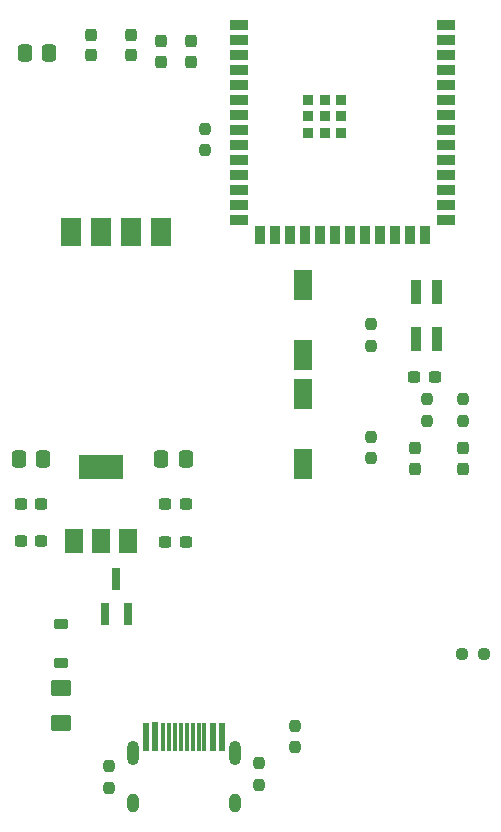
<source format=gbr>
%TF.GenerationSoftware,KiCad,Pcbnew,(7.0.0)*%
%TF.CreationDate,2023-12-01T19:40:39-08:00*%
%TF.ProjectId,OpenShock,4f70656e-5368-46f6-936b-2e6b69636164,rev?*%
%TF.SameCoordinates,Original*%
%TF.FileFunction,Paste,Top*%
%TF.FilePolarity,Positive*%
%FSLAX46Y46*%
G04 Gerber Fmt 4.6, Leading zero omitted, Abs format (unit mm)*
G04 Created by KiCad (PCBNEW (7.0.0)) date 2023-12-01 19:40:39*
%MOMM*%
%LPD*%
G01*
G04 APERTURE LIST*
G04 Aperture macros list*
%AMRoundRect*
0 Rectangle with rounded corners*
0 $1 Rounding radius*
0 $2 $3 $4 $5 $6 $7 $8 $9 X,Y pos of 4 corners*
0 Add a 4 corners polygon primitive as box body*
4,1,4,$2,$3,$4,$5,$6,$7,$8,$9,$2,$3,0*
0 Add four circle primitives for the rounded corners*
1,1,$1+$1,$2,$3*
1,1,$1+$1,$4,$5*
1,1,$1+$1,$6,$7*
1,1,$1+$1,$8,$9*
0 Add four rect primitives between the rounded corners*
20,1,$1+$1,$2,$3,$4,$5,0*
20,1,$1+$1,$4,$5,$6,$7,0*
20,1,$1+$1,$6,$7,$8,$9,0*
20,1,$1+$1,$8,$9,$2,$3,0*%
G04 Aperture macros list end*
%ADD10R,0.900000X0.900000*%
%ADD11R,1.500000X0.900000*%
%ADD12R,0.900000X1.500000*%
%ADD13RoundRect,0.237500X0.237500X-0.250000X0.237500X0.250000X-0.237500X0.250000X-0.237500X-0.250000X0*%
%ADD14RoundRect,0.237500X-0.300000X-0.237500X0.300000X-0.237500X0.300000X0.237500X-0.300000X0.237500X0*%
%ADD15R,0.850000X2.050000*%
%ADD16R,1.500000X2.000000*%
%ADD17R,3.800000X2.000000*%
%ADD18RoundRect,0.237500X0.237500X-0.300000X0.237500X0.300000X-0.237500X0.300000X-0.237500X-0.300000X0*%
%ADD19RoundRect,0.237500X-0.250000X-0.237500X0.250000X-0.237500X0.250000X0.237500X-0.250000X0.237500X0*%
%ADD20R,1.600000X2.600000*%
%ADD21R,1.600000X2.500000*%
%ADD22RoundRect,0.250001X-0.624999X0.462499X-0.624999X-0.462499X0.624999X-0.462499X0.624999X0.462499X0*%
%ADD23RoundRect,0.237500X-0.237500X0.250000X-0.237500X-0.250000X0.237500X-0.250000X0.237500X0.250000X0*%
%ADD24RoundRect,0.250000X0.337500X0.475000X-0.337500X0.475000X-0.337500X-0.475000X0.337500X-0.475000X0*%
%ADD25R,0.600000X2.450000*%
%ADD26R,0.300000X2.450000*%
%ADD27O,1.000000X2.100000*%
%ADD28O,1.000000X1.600000*%
%ADD29RoundRect,0.237500X0.237500X-0.287500X0.237500X0.287500X-0.237500X0.287500X-0.237500X-0.287500X0*%
%ADD30RoundRect,0.237500X0.300000X0.237500X-0.300000X0.237500X-0.300000X-0.237500X0.300000X-0.237500X0*%
%ADD31RoundRect,0.225000X-0.375000X0.225000X-0.375000X-0.225000X0.375000X-0.225000X0.375000X0.225000X0*%
%ADD32RoundRect,0.250000X-0.337500X-0.475000X0.337500X-0.475000X0.337500X0.475000X-0.337500X0.475000X0*%
%ADD33R,0.800000X1.900000*%
%ADD34R,1.800000X2.424000*%
%ADD35RoundRect,0.237500X-0.237500X0.300000X-0.237500X-0.300000X0.237500X-0.300000X0.237500X0.300000X0*%
G04 APERTURE END LIST*
D10*
%TO.C,U1*%
X126104999Y-50843999D03*
X126104999Y-52243999D03*
X126104999Y-53643999D03*
X127504999Y-50843999D03*
X127504999Y-52243999D03*
X127504999Y-53643999D03*
X128904999Y-50843999D03*
X128904999Y-52243999D03*
X128904999Y-53643999D03*
D11*
X120254999Y-44523999D03*
X120254999Y-45793999D03*
X120254999Y-47063999D03*
X120254999Y-48333999D03*
X120254999Y-49603999D03*
X120254999Y-50873999D03*
X120254999Y-52143999D03*
X120254999Y-53413999D03*
X120254999Y-54683999D03*
X120254999Y-55953999D03*
X120254999Y-57223999D03*
X120254999Y-58493999D03*
X120254999Y-59763999D03*
X120254999Y-61033999D03*
D12*
X122019999Y-62283999D03*
X123289999Y-62283999D03*
X124559999Y-62283999D03*
X125829999Y-62283999D03*
X127099999Y-62283999D03*
X128369999Y-62283999D03*
X129639999Y-62283999D03*
X130909999Y-62283999D03*
X132179999Y-62283999D03*
X133449999Y-62283999D03*
X134719999Y-62283999D03*
X135989999Y-62283999D03*
D11*
X137754999Y-61033999D03*
X137754999Y-59763999D03*
X137754999Y-58493999D03*
X137754999Y-57223999D03*
X137754999Y-55953999D03*
X137754999Y-54683999D03*
X137754999Y-53413999D03*
X137754999Y-52143999D03*
X137754999Y-50873999D03*
X137754999Y-49603999D03*
X137754999Y-48333999D03*
X137754999Y-47063999D03*
X137754999Y-45793999D03*
X137754999Y-44523999D03*
%TD*%
D13*
%TO.C,R3*%
X124968000Y-105664000D03*
X124968000Y-103839000D03*
%TD*%
D14*
%TO.C,C3*%
X114015000Y-88265000D03*
X115740000Y-88265000D03*
%TD*%
D13*
%TO.C,R9*%
X117348000Y-55141500D03*
X117348000Y-53316500D03*
%TD*%
D15*
%TO.C,D1*%
X135254999Y-71066999D03*
X137004999Y-71066999D03*
X137004999Y-67116999D03*
X135254999Y-67116999D03*
%TD*%
D13*
%TO.C,R7*%
X136144000Y-78025000D03*
X136144000Y-76200000D03*
%TD*%
%TO.C,R2*%
X131445000Y-81200000D03*
X131445000Y-79375000D03*
%TD*%
D16*
%TO.C,U2*%
X106284999Y-88214999D03*
X108584999Y-88214999D03*
D17*
X108584999Y-81914999D03*
D16*
X110884999Y-88214999D03*
%TD*%
D14*
%TO.C,C2*%
X101780000Y-88240000D03*
X103505000Y-88240000D03*
%TD*%
D18*
%TO.C,C5*%
X111125000Y-47090500D03*
X111125000Y-45365500D03*
%TD*%
D19*
%TO.C,R8*%
X139145000Y-97790000D03*
X140970000Y-97790000D03*
%TD*%
D20*
%TO.C,SW2*%
X125654999Y-81689999D03*
D21*
X125654999Y-75739999D03*
%TD*%
D13*
%TO.C,R4*%
X121920000Y-108862500D03*
X121920000Y-107037500D03*
%TD*%
D14*
%TO.C,C1*%
X101780000Y-85065000D03*
X103505000Y-85065000D03*
%TD*%
D22*
%TO.C,F1*%
X105156000Y-100620500D03*
X105156000Y-103595500D03*
%TD*%
D20*
%TO.C,SW1*%
X125654999Y-72454999D03*
D21*
X125654999Y-66504999D03*
%TD*%
D13*
%TO.C,R5*%
X109220000Y-109116500D03*
X109220000Y-107291500D03*
%TD*%
D18*
%TO.C,C6*%
X107696000Y-47090500D03*
X107696000Y-45365500D03*
%TD*%
D23*
%TO.C,R1*%
X131445000Y-69850000D03*
X131445000Y-71675000D03*
%TD*%
D24*
%TO.C,C12*%
X104161500Y-46863000D03*
X102086500Y-46863000D03*
%TD*%
D25*
%TO.C,J1*%
X112344999Y-104774999D03*
X113119999Y-104774999D03*
D26*
X114319999Y-104774999D03*
X115319999Y-104774999D03*
X115819999Y-104774999D03*
X116819999Y-104774999D03*
D25*
X118019999Y-104769999D03*
X118794999Y-104774999D03*
X118794999Y-104769999D03*
X118019999Y-104774999D03*
D26*
X117319999Y-104774999D03*
X116319999Y-104774999D03*
X114819999Y-104774999D03*
X113819999Y-104774999D03*
D25*
X113119999Y-104744999D03*
X112344999Y-104769999D03*
D27*
X111249999Y-106189999D03*
D28*
X111249999Y-110369999D03*
D27*
X119889999Y-106189999D03*
D28*
X119889999Y-110369999D03*
%TD*%
D29*
%TO.C,D3*%
X139192000Y-82089000D03*
X139192000Y-80339000D03*
%TD*%
D30*
%TO.C,C7*%
X136825000Y-74295000D03*
X135100000Y-74295000D03*
%TD*%
D31*
%TO.C,D2*%
X105156000Y-95215500D03*
X105156000Y-98515500D03*
%TD*%
D32*
%TO.C,C11*%
X113665000Y-81280000D03*
X115740000Y-81280000D03*
%TD*%
D14*
%TO.C,C4*%
X114015000Y-85090000D03*
X115740000Y-85090000D03*
%TD*%
D33*
%TO.C,U3*%
X108904999Y-94414999D03*
X110804999Y-94414999D03*
X109854999Y-91414999D03*
%TD*%
D29*
%TO.C,D4*%
X135128000Y-82089000D03*
X135128000Y-80339000D03*
%TD*%
D32*
%TO.C,C10*%
X101605000Y-81255000D03*
X103680000Y-81255000D03*
%TD*%
D34*
%TO.C,U4*%
X113664999Y-62044999D03*
X111124999Y-62044999D03*
X108584999Y-62044999D03*
X106044999Y-62044999D03*
%TD*%
D13*
%TO.C,R6*%
X139192000Y-78025000D03*
X139192000Y-76200000D03*
%TD*%
D35*
%TO.C,C9*%
X113665000Y-45900000D03*
X113665000Y-47625000D03*
%TD*%
%TO.C,C8*%
X116205000Y-45900000D03*
X116205000Y-47625000D03*
%TD*%
M02*

</source>
